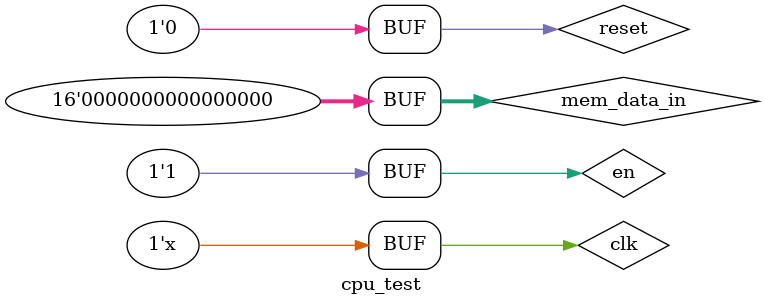
<source format=v>
`timescale 1ns / 1ps


module cpu_test;

	// Inputs
	reg clk;
	reg en;
	reg reset;
	reg [15:0] mem_data_in;

	// Outputs
	wire [15:0] mem_addr;
	wire mem_wr_en;
	wire mem_rd_en;
	wire [15:0] mem_data_out;

	// Instantiate the Unit Under Test (UUT)
	cpu uut (
		.clk(clk), 
		.en(en), 
		.reset(reset), 
		.mem_data_in(mem_data_in), 
		.mem_addr(mem_addr), 
		.mem_wr_en(mem_wr_en), 
		.mem_rd_en(mem_rd_en), 
		.mem_data_out(mem_data_out)
	);

  always begin
    #10; clk = ~clk;
  end
	
  initial begin
		// Initialize Inputs
		clk = 0;
		en = 1;
		reset = 0;
		mem_data_in = 0;

		// Wait 100 ns for global reset to finish
		#100;
        
		// Add stimulus here

	end
      
endmodule


</source>
